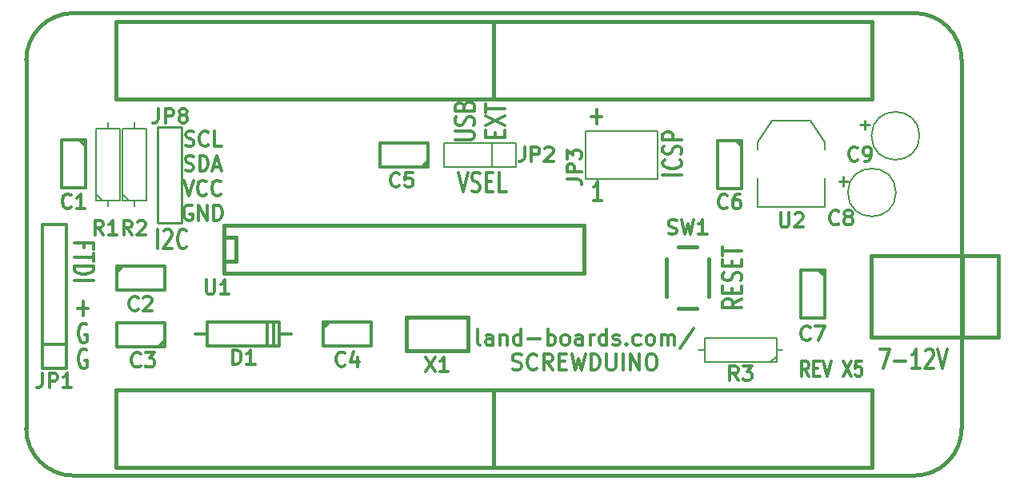
<source format=gto>
G04 #@! TF.FileFunction,Legend,Top*
%FSLAX46Y46*%
G04 Gerber Fmt 4.6, Leading zero omitted, Abs format (unit mm)*
G04 Created by KiCad (PCBNEW (after 2015-mar-04 BZR unknown)-product) date 7/17/2015 7:43:42 PM*
%MOMM*%
G01*
G04 APERTURE LIST*
%ADD10C,0.150000*%
%ADD11C,0.304800*%
%ADD12C,0.381000*%
%ADD13C,0.127000*%
%ADD14C,0.203200*%
%ADD15C,0.254000*%
%ADD16C,0.152400*%
G04 APERTURE END LIST*
D10*
D11*
X147247429Y-90315143D02*
X148408572Y-90315143D01*
X147828001Y-91089238D02*
X147828001Y-89541048D01*
X170300952Y-117840881D02*
X169877619Y-117054690D01*
X169575238Y-117840881D02*
X169575238Y-116189881D01*
X170059047Y-116189881D01*
X170180000Y-116268500D01*
X170240476Y-116347119D01*
X170300952Y-116504357D01*
X170300952Y-116740214D01*
X170240476Y-116897452D01*
X170180000Y-116976071D01*
X170059047Y-117054690D01*
X169575238Y-117054690D01*
X170845238Y-116976071D02*
X171268571Y-116976071D01*
X171450000Y-117840881D02*
X170845238Y-117840881D01*
X170845238Y-116189881D01*
X171450000Y-116189881D01*
X171812857Y-116189881D02*
X172236191Y-117840881D01*
X172659524Y-116189881D01*
X173929524Y-116189881D02*
X174776190Y-117840881D01*
X174776190Y-116189881D02*
X173929524Y-117840881D01*
X175864762Y-116189881D02*
X175260000Y-116189881D01*
X175199524Y-116976071D01*
X175260000Y-116897452D01*
X175380952Y-116818833D01*
X175683333Y-116818833D01*
X175804286Y-116897452D01*
X175864762Y-116976071D01*
X175925238Y-117133310D01*
X175925238Y-117526405D01*
X175864762Y-117683643D01*
X175804286Y-117762262D01*
X175683333Y-117840881D01*
X175380952Y-117840881D01*
X175260000Y-117762262D01*
X175199524Y-117683643D01*
X93617143Y-104176286D02*
X93617143Y-103668286D01*
X92552762Y-103668286D02*
X94584762Y-103668286D01*
X94584762Y-104394000D01*
X94584762Y-104756858D02*
X94584762Y-105627715D01*
X92552762Y-105192286D02*
X94584762Y-105192286D01*
X92552762Y-106135715D02*
X94584762Y-106135715D01*
X94584762Y-106498572D01*
X94488000Y-106716287D01*
X94294476Y-106861429D01*
X94100952Y-106934001D01*
X93713905Y-107006572D01*
X93423619Y-107006572D01*
X93036571Y-106934001D01*
X92843048Y-106861429D01*
X92649524Y-106716287D01*
X92552762Y-106498572D01*
X92552762Y-106135715D01*
X92552762Y-107659715D02*
X94584762Y-107659715D01*
X177799999Y-114965238D02*
X178815999Y-114965238D01*
X178162856Y-116997238D01*
X179396571Y-116223143D02*
X180557714Y-116223143D01*
X182081714Y-116997238D02*
X181210857Y-116997238D01*
X181646285Y-116997238D02*
X181646285Y-114965238D01*
X181501142Y-115255524D01*
X181356000Y-115449048D01*
X181210857Y-115545810D01*
X182662286Y-115158762D02*
X182734857Y-115062000D01*
X182880000Y-114965238D01*
X183242857Y-114965238D01*
X183388000Y-115062000D01*
X183460571Y-115158762D01*
X183533143Y-115352286D01*
X183533143Y-115545810D01*
X183460571Y-115836095D01*
X182589714Y-116997238D01*
X183533143Y-116997238D01*
X183968572Y-114965238D02*
X184476572Y-116997238D01*
X184984572Y-114965238D01*
X101382286Y-104297238D02*
X101382286Y-102265238D01*
X102035429Y-102458762D02*
X102108000Y-102362000D01*
X102253143Y-102265238D01*
X102616000Y-102265238D01*
X102761143Y-102362000D01*
X102833714Y-102458762D01*
X102906286Y-102652286D01*
X102906286Y-102845810D01*
X102833714Y-103136095D01*
X101962857Y-104297238D01*
X102906286Y-104297238D01*
X104430286Y-104103714D02*
X104357715Y-104200476D01*
X104140001Y-104297238D01*
X103994858Y-104297238D01*
X103777143Y-104200476D01*
X103632001Y-104006952D01*
X103559429Y-103813429D01*
X103486858Y-103426381D01*
X103486858Y-103136095D01*
X103559429Y-102749048D01*
X103632001Y-102555524D01*
X103777143Y-102362000D01*
X103994858Y-102265238D01*
X104140001Y-102265238D01*
X104357715Y-102362000D01*
X104430286Y-102458762D01*
X148390429Y-99217238D02*
X147519572Y-99217238D01*
X147955000Y-99217238D02*
X147955000Y-97185238D01*
X147809857Y-97475524D01*
X147664715Y-97669048D01*
X147519572Y-97765810D01*
X137078857Y-92472857D02*
X137078857Y-91964857D01*
X138143238Y-91747143D02*
X138143238Y-92472857D01*
X136111238Y-92472857D01*
X136111238Y-91747143D01*
X136111238Y-91239143D02*
X138143238Y-90223143D01*
X136111238Y-90223143D02*
X138143238Y-91239143D01*
X136111238Y-89860285D02*
X136111238Y-88989428D01*
X138143238Y-89424857D02*
X136111238Y-89424857D01*
X132872238Y-92728143D02*
X134517190Y-92728143D01*
X134710714Y-92655571D01*
X134807476Y-92583000D01*
X134904238Y-92437857D01*
X134904238Y-92147571D01*
X134807476Y-92002429D01*
X134710714Y-91929857D01*
X134517190Y-91857286D01*
X132872238Y-91857286D01*
X134807476Y-91204143D02*
X134904238Y-90986429D01*
X134904238Y-90623572D01*
X134807476Y-90478429D01*
X134710714Y-90405858D01*
X134517190Y-90333286D01*
X134323667Y-90333286D01*
X134130143Y-90405858D01*
X134033381Y-90478429D01*
X133936619Y-90623572D01*
X133839857Y-90913858D01*
X133743095Y-91059000D01*
X133646333Y-91131572D01*
X133452810Y-91204143D01*
X133259286Y-91204143D01*
X133065762Y-91131572D01*
X132969000Y-91059000D01*
X132872238Y-90913858D01*
X132872238Y-90551000D01*
X132969000Y-90333286D01*
X133839857Y-89172143D02*
X133936619Y-88954429D01*
X134033381Y-88881857D01*
X134226905Y-88809286D01*
X134517190Y-88809286D01*
X134710714Y-88881857D01*
X134807476Y-88954429D01*
X134904238Y-89099571D01*
X134904238Y-89680143D01*
X132872238Y-89680143D01*
X132872238Y-89172143D01*
X132969000Y-89027000D01*
X133065762Y-88954429D01*
X133259286Y-88881857D01*
X133452810Y-88881857D01*
X133646333Y-88954429D01*
X133743095Y-89027000D01*
X133839857Y-89172143D01*
X133839857Y-89680143D01*
X133184000Y-96227238D02*
X133692000Y-98259238D01*
X134200000Y-96227238D01*
X134635429Y-98162476D02*
X134853143Y-98259238D01*
X135216000Y-98259238D01*
X135361143Y-98162476D01*
X135433714Y-98065714D01*
X135506286Y-97872190D01*
X135506286Y-97678667D01*
X135433714Y-97485143D01*
X135361143Y-97388381D01*
X135216000Y-97291619D01*
X134925714Y-97194857D01*
X134780572Y-97098095D01*
X134708000Y-97001333D01*
X134635429Y-96807810D01*
X134635429Y-96614286D01*
X134708000Y-96420762D01*
X134780572Y-96324000D01*
X134925714Y-96227238D01*
X135288572Y-96227238D01*
X135506286Y-96324000D01*
X136159429Y-97194857D02*
X136667429Y-97194857D01*
X136885143Y-98259238D02*
X136159429Y-98259238D01*
X136159429Y-96227238D01*
X136885143Y-96227238D01*
X138264000Y-98259238D02*
X137538286Y-98259238D01*
X137538286Y-96227238D01*
X163225238Y-109655429D02*
X162257619Y-110163429D01*
X163225238Y-110526286D02*
X161193238Y-110526286D01*
X161193238Y-109945714D01*
X161290000Y-109800572D01*
X161386762Y-109728000D01*
X161580286Y-109655429D01*
X161870571Y-109655429D01*
X162064095Y-109728000D01*
X162160857Y-109800572D01*
X162257619Y-109945714D01*
X162257619Y-110526286D01*
X162160857Y-109002286D02*
X162160857Y-108494286D01*
X163225238Y-108276572D02*
X163225238Y-109002286D01*
X161193238Y-109002286D01*
X161193238Y-108276572D01*
X163128476Y-107696000D02*
X163225238Y-107478286D01*
X163225238Y-107115429D01*
X163128476Y-106970286D01*
X163031714Y-106897715D01*
X162838190Y-106825143D01*
X162644667Y-106825143D01*
X162451143Y-106897715D01*
X162354381Y-106970286D01*
X162257619Y-107115429D01*
X162160857Y-107405715D01*
X162064095Y-107550857D01*
X161967333Y-107623429D01*
X161773810Y-107696000D01*
X161580286Y-107696000D01*
X161386762Y-107623429D01*
X161290000Y-107550857D01*
X161193238Y-107405715D01*
X161193238Y-107042857D01*
X161290000Y-106825143D01*
X162160857Y-106172000D02*
X162160857Y-105664000D01*
X163225238Y-105446286D02*
X163225238Y-106172000D01*
X161193238Y-106172000D01*
X161193238Y-105446286D01*
X161193238Y-105010857D02*
X161193238Y-104140000D01*
X163225238Y-104575429D02*
X161193238Y-104575429D01*
X135512023Y-114500781D02*
X135354785Y-114422162D01*
X135276166Y-114264924D01*
X135276166Y-112849781D01*
X136848548Y-114500781D02*
X136848548Y-113635971D01*
X136769929Y-113478733D01*
X136612691Y-113400114D01*
X136298214Y-113400114D01*
X136140976Y-113478733D01*
X136848548Y-114422162D02*
X136691310Y-114500781D01*
X136298214Y-114500781D01*
X136140976Y-114422162D01*
X136062357Y-114264924D01*
X136062357Y-114107686D01*
X136140976Y-113950448D01*
X136298214Y-113871829D01*
X136691310Y-113871829D01*
X136848548Y-113793210D01*
X137634738Y-113400114D02*
X137634738Y-114500781D01*
X137634738Y-113557352D02*
X137713357Y-113478733D01*
X137870595Y-113400114D01*
X138106453Y-113400114D01*
X138263691Y-113478733D01*
X138342310Y-113635971D01*
X138342310Y-114500781D01*
X139836072Y-114500781D02*
X139836072Y-112849781D01*
X139836072Y-114422162D02*
X139678834Y-114500781D01*
X139364357Y-114500781D01*
X139207119Y-114422162D01*
X139128500Y-114343543D01*
X139049881Y-114186305D01*
X139049881Y-113714590D01*
X139128500Y-113557352D01*
X139207119Y-113478733D01*
X139364357Y-113400114D01*
X139678834Y-113400114D01*
X139836072Y-113478733D01*
X140622262Y-113871829D02*
X141880167Y-113871829D01*
X142666357Y-114500781D02*
X142666357Y-112849781D01*
X142666357Y-113478733D02*
X142823595Y-113400114D01*
X143138072Y-113400114D01*
X143295310Y-113478733D01*
X143373929Y-113557352D01*
X143452548Y-113714590D01*
X143452548Y-114186305D01*
X143373929Y-114343543D01*
X143295310Y-114422162D01*
X143138072Y-114500781D01*
X142823595Y-114500781D01*
X142666357Y-114422162D01*
X144395976Y-114500781D02*
X144238738Y-114422162D01*
X144160119Y-114343543D01*
X144081500Y-114186305D01*
X144081500Y-113714590D01*
X144160119Y-113557352D01*
X144238738Y-113478733D01*
X144395976Y-113400114D01*
X144631834Y-113400114D01*
X144789072Y-113478733D01*
X144867691Y-113557352D01*
X144946310Y-113714590D01*
X144946310Y-114186305D01*
X144867691Y-114343543D01*
X144789072Y-114422162D01*
X144631834Y-114500781D01*
X144395976Y-114500781D01*
X146361453Y-114500781D02*
X146361453Y-113635971D01*
X146282834Y-113478733D01*
X146125596Y-113400114D01*
X145811119Y-113400114D01*
X145653881Y-113478733D01*
X146361453Y-114422162D02*
X146204215Y-114500781D01*
X145811119Y-114500781D01*
X145653881Y-114422162D01*
X145575262Y-114264924D01*
X145575262Y-114107686D01*
X145653881Y-113950448D01*
X145811119Y-113871829D01*
X146204215Y-113871829D01*
X146361453Y-113793210D01*
X147147643Y-114500781D02*
X147147643Y-113400114D01*
X147147643Y-113714590D02*
X147226262Y-113557352D01*
X147304881Y-113478733D01*
X147462119Y-113400114D01*
X147619358Y-113400114D01*
X148877263Y-114500781D02*
X148877263Y-112849781D01*
X148877263Y-114422162D02*
X148720025Y-114500781D01*
X148405548Y-114500781D01*
X148248310Y-114422162D01*
X148169691Y-114343543D01*
X148091072Y-114186305D01*
X148091072Y-113714590D01*
X148169691Y-113557352D01*
X148248310Y-113478733D01*
X148405548Y-113400114D01*
X148720025Y-113400114D01*
X148877263Y-113478733D01*
X149584834Y-114422162D02*
X149742072Y-114500781D01*
X150056548Y-114500781D01*
X150213787Y-114422162D01*
X150292406Y-114264924D01*
X150292406Y-114186305D01*
X150213787Y-114029067D01*
X150056548Y-113950448D01*
X149820691Y-113950448D01*
X149663453Y-113871829D01*
X149584834Y-113714590D01*
X149584834Y-113635971D01*
X149663453Y-113478733D01*
X149820691Y-113400114D01*
X150056548Y-113400114D01*
X150213787Y-113478733D01*
X150999977Y-114343543D02*
X151078596Y-114422162D01*
X150999977Y-114500781D01*
X150921358Y-114422162D01*
X150999977Y-114343543D01*
X150999977Y-114500781D01*
X152493739Y-114422162D02*
X152336501Y-114500781D01*
X152022024Y-114500781D01*
X151864786Y-114422162D01*
X151786167Y-114343543D01*
X151707548Y-114186305D01*
X151707548Y-113714590D01*
X151786167Y-113557352D01*
X151864786Y-113478733D01*
X152022024Y-113400114D01*
X152336501Y-113400114D01*
X152493739Y-113478733D01*
X153437167Y-114500781D02*
X153279929Y-114422162D01*
X153201310Y-114343543D01*
X153122691Y-114186305D01*
X153122691Y-113714590D01*
X153201310Y-113557352D01*
X153279929Y-113478733D01*
X153437167Y-113400114D01*
X153673025Y-113400114D01*
X153830263Y-113478733D01*
X153908882Y-113557352D01*
X153987501Y-113714590D01*
X153987501Y-114186305D01*
X153908882Y-114343543D01*
X153830263Y-114422162D01*
X153673025Y-114500781D01*
X153437167Y-114500781D01*
X154695072Y-114500781D02*
X154695072Y-113400114D01*
X154695072Y-113557352D02*
X154773691Y-113478733D01*
X154930929Y-113400114D01*
X155166787Y-113400114D01*
X155324025Y-113478733D01*
X155402644Y-113635971D01*
X155402644Y-114500781D01*
X155402644Y-113635971D02*
X155481263Y-113478733D01*
X155638501Y-113400114D01*
X155874358Y-113400114D01*
X156031596Y-113478733D01*
X156110215Y-113635971D01*
X156110215Y-114500781D01*
X158075691Y-112771162D02*
X156660548Y-114893876D01*
X138931953Y-117038362D02*
X139167810Y-117116981D01*
X139560906Y-117116981D01*
X139718144Y-117038362D01*
X139796763Y-116959743D01*
X139875382Y-116802505D01*
X139875382Y-116645267D01*
X139796763Y-116488029D01*
X139718144Y-116409410D01*
X139560906Y-116330790D01*
X139246429Y-116252171D01*
X139089191Y-116173552D01*
X139010572Y-116094933D01*
X138931953Y-115937695D01*
X138931953Y-115780457D01*
X139010572Y-115623219D01*
X139089191Y-115544600D01*
X139246429Y-115465981D01*
X139639525Y-115465981D01*
X139875382Y-115544600D01*
X141526382Y-116959743D02*
X141447763Y-117038362D01*
X141211906Y-117116981D01*
X141054668Y-117116981D01*
X140818810Y-117038362D01*
X140661572Y-116881124D01*
X140582953Y-116723886D01*
X140504334Y-116409410D01*
X140504334Y-116173552D01*
X140582953Y-115859076D01*
X140661572Y-115701838D01*
X140818810Y-115544600D01*
X141054668Y-115465981D01*
X141211906Y-115465981D01*
X141447763Y-115544600D01*
X141526382Y-115623219D01*
X143177382Y-117116981D02*
X142627048Y-116330790D01*
X142233953Y-117116981D02*
X142233953Y-115465981D01*
X142862906Y-115465981D01*
X143020144Y-115544600D01*
X143098763Y-115623219D01*
X143177382Y-115780457D01*
X143177382Y-116016314D01*
X143098763Y-116173552D01*
X143020144Y-116252171D01*
X142862906Y-116330790D01*
X142233953Y-116330790D01*
X143884953Y-116252171D02*
X144435287Y-116252171D01*
X144671144Y-117116981D02*
X143884953Y-117116981D01*
X143884953Y-115465981D01*
X144671144Y-115465981D01*
X145221477Y-115465981D02*
X145614572Y-117116981D01*
X145929049Y-115937695D01*
X146243525Y-117116981D01*
X146636620Y-115465981D01*
X147265572Y-117116981D02*
X147265572Y-115465981D01*
X147658667Y-115465981D01*
X147894525Y-115544600D01*
X148051763Y-115701838D01*
X148130382Y-115859076D01*
X148209001Y-116173552D01*
X148209001Y-116409410D01*
X148130382Y-116723886D01*
X148051763Y-116881124D01*
X147894525Y-117038362D01*
X147658667Y-117116981D01*
X147265572Y-117116981D01*
X148916572Y-115465981D02*
X148916572Y-116802505D01*
X148995191Y-116959743D01*
X149073810Y-117038362D01*
X149231048Y-117116981D01*
X149545525Y-117116981D01*
X149702763Y-117038362D01*
X149781382Y-116959743D01*
X149860001Y-116802505D01*
X149860001Y-115465981D01*
X150646191Y-117116981D02*
X150646191Y-115465981D01*
X151432381Y-117116981D02*
X151432381Y-115465981D01*
X152375810Y-117116981D01*
X152375810Y-115465981D01*
X153476476Y-115465981D02*
X153790953Y-115465981D01*
X153948191Y-115544600D01*
X154105429Y-115701838D01*
X154184048Y-116016314D01*
X154184048Y-116566648D01*
X154105429Y-116881124D01*
X153948191Y-117038362D01*
X153790953Y-117116981D01*
X153476476Y-117116981D01*
X153319238Y-117038362D01*
X153162000Y-116881124D01*
X153083381Y-116566648D01*
X153083381Y-116016314D01*
X153162000Y-115701838D01*
X153319238Y-115544600D01*
X153476476Y-115465981D01*
D12*
X92474000Y-79340000D02*
X181474000Y-79340000D01*
X87474000Y-123340000D02*
X87474000Y-84340000D01*
X181474000Y-128340000D02*
X92474000Y-128340000D01*
X186474000Y-84340000D02*
X186474000Y-123340000D01*
X87474000Y-123340000D02*
G75*
G03X92474000Y-128340000I5000000J0D01*
G01*
X181474000Y-128340000D02*
G75*
G03X186474000Y-123340000I0J5000000D01*
G01*
X186474000Y-84340000D02*
G75*
G03X181474000Y-79340000I-5000000J0D01*
G01*
X92474000Y-79340000D02*
G75*
G03X87474000Y-84340000I0J-5000000D01*
G01*
D11*
X92891429Y-110635143D02*
X94052572Y-110635143D01*
X93472001Y-111409238D02*
X93472001Y-109861048D01*
X93873143Y-112324000D02*
X93728000Y-112227238D01*
X93510286Y-112227238D01*
X93292571Y-112324000D01*
X93147429Y-112517524D01*
X93074857Y-112711048D01*
X93002286Y-113098095D01*
X93002286Y-113388381D01*
X93074857Y-113775429D01*
X93147429Y-113968952D01*
X93292571Y-114162476D01*
X93510286Y-114259238D01*
X93655429Y-114259238D01*
X93873143Y-114162476D01*
X93945714Y-114065714D01*
X93945714Y-113388381D01*
X93655429Y-113388381D01*
X93871143Y-115062000D02*
X93726000Y-114965238D01*
X93508286Y-114965238D01*
X93290571Y-115062000D01*
X93145429Y-115255524D01*
X93072857Y-115449048D01*
X93000286Y-115836095D01*
X93000286Y-116126381D01*
X93072857Y-116513429D01*
X93145429Y-116706952D01*
X93290571Y-116900476D01*
X93508286Y-116997238D01*
X93653429Y-116997238D01*
X93871143Y-116900476D01*
X93943714Y-116803714D01*
X93943714Y-116126381D01*
X93653429Y-116126381D01*
X104357715Y-93390962D02*
X104575429Y-93469581D01*
X104938286Y-93469581D01*
X105083429Y-93390962D01*
X105156000Y-93312343D01*
X105228572Y-93155105D01*
X105228572Y-92997867D01*
X105156000Y-92840629D01*
X105083429Y-92762010D01*
X104938286Y-92683390D01*
X104648000Y-92604771D01*
X104502858Y-92526152D01*
X104430286Y-92447533D01*
X104357715Y-92290295D01*
X104357715Y-92133057D01*
X104430286Y-91975819D01*
X104502858Y-91897200D01*
X104648000Y-91818581D01*
X105010858Y-91818581D01*
X105228572Y-91897200D01*
X106752572Y-93312343D02*
X106680001Y-93390962D01*
X106462287Y-93469581D01*
X106317144Y-93469581D01*
X106099429Y-93390962D01*
X105954287Y-93233724D01*
X105881715Y-93076486D01*
X105809144Y-92762010D01*
X105809144Y-92526152D01*
X105881715Y-92211676D01*
X105954287Y-92054438D01*
X106099429Y-91897200D01*
X106317144Y-91818581D01*
X106462287Y-91818581D01*
X106680001Y-91897200D01*
X106752572Y-91975819D01*
X108131429Y-93469581D02*
X107405715Y-93469581D01*
X107405715Y-91818581D01*
X104321429Y-96007162D02*
X104539143Y-96085781D01*
X104902000Y-96085781D01*
X105047143Y-96007162D01*
X105119714Y-95928543D01*
X105192286Y-95771305D01*
X105192286Y-95614067D01*
X105119714Y-95456829D01*
X105047143Y-95378210D01*
X104902000Y-95299590D01*
X104611714Y-95220971D01*
X104466572Y-95142352D01*
X104394000Y-95063733D01*
X104321429Y-94906495D01*
X104321429Y-94749257D01*
X104394000Y-94592019D01*
X104466572Y-94513400D01*
X104611714Y-94434781D01*
X104974572Y-94434781D01*
X105192286Y-94513400D01*
X105845429Y-96085781D02*
X105845429Y-94434781D01*
X106208286Y-94434781D01*
X106426001Y-94513400D01*
X106571143Y-94670638D01*
X106643715Y-94827876D01*
X106716286Y-95142352D01*
X106716286Y-95378210D01*
X106643715Y-95692686D01*
X106571143Y-95849924D01*
X106426001Y-96007162D01*
X106208286Y-96085781D01*
X105845429Y-96085781D01*
X107296858Y-95614067D02*
X108022572Y-95614067D01*
X107151715Y-96085781D02*
X107659715Y-94434781D01*
X108167715Y-96085781D01*
X104140000Y-97050981D02*
X104648000Y-98701981D01*
X105156000Y-97050981D01*
X106534857Y-98544743D02*
X106462286Y-98623362D01*
X106244572Y-98701981D01*
X106099429Y-98701981D01*
X105881714Y-98623362D01*
X105736572Y-98466124D01*
X105664000Y-98308886D01*
X105591429Y-97994410D01*
X105591429Y-97758552D01*
X105664000Y-97444076D01*
X105736572Y-97286838D01*
X105881714Y-97129600D01*
X106099429Y-97050981D01*
X106244572Y-97050981D01*
X106462286Y-97129600D01*
X106534857Y-97208219D01*
X108058857Y-98544743D02*
X107986286Y-98623362D01*
X107768572Y-98701981D01*
X107623429Y-98701981D01*
X107405714Y-98623362D01*
X107260572Y-98466124D01*
X107188000Y-98308886D01*
X107115429Y-97994410D01*
X107115429Y-97758552D01*
X107188000Y-97444076D01*
X107260572Y-97286838D01*
X107405714Y-97129600D01*
X107623429Y-97050981D01*
X107768572Y-97050981D01*
X107986286Y-97129600D01*
X108058857Y-97208219D01*
X105010858Y-99745800D02*
X104865715Y-99667181D01*
X104648001Y-99667181D01*
X104430286Y-99745800D01*
X104285144Y-99903038D01*
X104212572Y-100060276D01*
X104140001Y-100374752D01*
X104140001Y-100610610D01*
X104212572Y-100925086D01*
X104285144Y-101082324D01*
X104430286Y-101239562D01*
X104648001Y-101318181D01*
X104793144Y-101318181D01*
X105010858Y-101239562D01*
X105083429Y-101160943D01*
X105083429Y-100610610D01*
X104793144Y-100610610D01*
X105736572Y-101318181D02*
X105736572Y-99667181D01*
X106607429Y-101318181D01*
X106607429Y-99667181D01*
X107333143Y-101318181D02*
X107333143Y-99667181D01*
X107696000Y-99667181D01*
X107913715Y-99745800D01*
X108058857Y-99903038D01*
X108131429Y-100060276D01*
X108204000Y-100374752D01*
X108204000Y-100610610D01*
X108131429Y-100925086D01*
X108058857Y-101082324D01*
X107913715Y-101239562D01*
X107696000Y-101318181D01*
X107333143Y-101318181D01*
X156875238Y-96483714D02*
X154843238Y-96483714D01*
X156681714Y-94887143D02*
X156778476Y-94959714D01*
X156875238Y-95177428D01*
X156875238Y-95322571D01*
X156778476Y-95540286D01*
X156584952Y-95685428D01*
X156391429Y-95758000D01*
X156004381Y-95830571D01*
X155714095Y-95830571D01*
X155327048Y-95758000D01*
X155133524Y-95685428D01*
X154940000Y-95540286D01*
X154843238Y-95322571D01*
X154843238Y-95177428D01*
X154940000Y-94959714D01*
X155036762Y-94887143D01*
X156778476Y-94306571D02*
X156875238Y-94088857D01*
X156875238Y-93726000D01*
X156778476Y-93580857D01*
X156681714Y-93508286D01*
X156488190Y-93435714D01*
X156294667Y-93435714D01*
X156101143Y-93508286D01*
X156004381Y-93580857D01*
X155907619Y-93726000D01*
X155810857Y-94016286D01*
X155714095Y-94161428D01*
X155617333Y-94234000D01*
X155423810Y-94306571D01*
X155230286Y-94306571D01*
X155036762Y-94234000D01*
X154940000Y-94161428D01*
X154843238Y-94016286D01*
X154843238Y-93653428D01*
X154940000Y-93435714D01*
X156875238Y-92782571D02*
X154843238Y-92782571D01*
X154843238Y-92201999D01*
X154940000Y-92056857D01*
X155036762Y-91984285D01*
X155230286Y-91911714D01*
X155520571Y-91911714D01*
X155714095Y-91984285D01*
X155810857Y-92056857D01*
X155907619Y-92201999D01*
X155907619Y-92782571D01*
X106664000Y-112070000D02*
X114284000Y-112070000D01*
X114284000Y-112070000D02*
X114284000Y-114610000D01*
X114284000Y-114610000D02*
X106664000Y-114610000D01*
X106664000Y-114610000D02*
X106664000Y-112070000D01*
X113649000Y-112070000D02*
X113649000Y-114610000D01*
X113014000Y-114610000D02*
X113014000Y-112070000D01*
X106664000Y-113340000D02*
X105394000Y-113340000D01*
X114284000Y-113340000D02*
X115554000Y-113340000D01*
D12*
X108424000Y-101800000D02*
X146524000Y-101800000D01*
X146524000Y-101800000D02*
X146524000Y-106880000D01*
X146524000Y-106880000D02*
X108424000Y-106880000D01*
X108424000Y-106880000D02*
X108424000Y-101800000D01*
X108424000Y-103070000D02*
X109694000Y-103070000D01*
X109694000Y-103070000D02*
X109694000Y-105610000D01*
X109694000Y-105610000D02*
X108424000Y-105610000D01*
D13*
X98298000Y-99187000D02*
X100203000Y-99187000D01*
X100203000Y-99187000D02*
X100203000Y-91567000D01*
X100203000Y-91567000D02*
X97663000Y-91567000D01*
X97663000Y-91567000D02*
X97663000Y-99187000D01*
X97663000Y-99187000D02*
X98298000Y-99187000D01*
X98933000Y-99822000D02*
X98933000Y-99187000D01*
X98933000Y-91567000D02*
X98933000Y-90932000D01*
X98298000Y-99187000D02*
X97663000Y-98552000D01*
X95504000Y-99187000D02*
X97409000Y-99187000D01*
X97409000Y-99187000D02*
X97409000Y-91567000D01*
X97409000Y-91567000D02*
X94869000Y-91567000D01*
X94869000Y-91567000D02*
X94869000Y-99187000D01*
X94869000Y-99187000D02*
X95504000Y-99187000D01*
X96139000Y-99822000D02*
X96139000Y-99187000D01*
X96139000Y-91567000D02*
X96139000Y-90932000D01*
X95504000Y-99187000D02*
X94869000Y-98552000D01*
X166878000Y-115697000D02*
X166878000Y-113792000D01*
X166878000Y-113792000D02*
X159258000Y-113792000D01*
X159258000Y-113792000D02*
X159258000Y-116332000D01*
X159258000Y-116332000D02*
X166878000Y-116332000D01*
X166878000Y-116332000D02*
X166878000Y-115697000D01*
X167513000Y-115062000D02*
X166878000Y-115062000D01*
X159258000Y-115062000D02*
X158623000Y-115062000D01*
X166878000Y-115697000D02*
X166243000Y-116332000D01*
D14*
X164918000Y-96864000D02*
X164918000Y-99912000D01*
X164918000Y-99912000D02*
X172030000Y-99912000D01*
X172030000Y-99912000D02*
X172030000Y-96864000D01*
X164918000Y-93816000D02*
X164918000Y-93054000D01*
X164918000Y-93054000D02*
X166442000Y-90768000D01*
X166442000Y-90768000D02*
X170506000Y-90768000D01*
X170506000Y-90768000D02*
X172030000Y-93054000D01*
X172030000Y-93054000D02*
X172030000Y-93816000D01*
X154284000Y-96880000D02*
X146664000Y-96880000D01*
X146664000Y-91800000D02*
X154284000Y-91800000D01*
X154284000Y-91800000D02*
X154284000Y-96880000D01*
X146664000Y-96880000D02*
X146664000Y-91800000D01*
D13*
X182017173Y-92340000D02*
G75*
G03X182017173Y-92340000I-2543173J0D01*
G01*
X179517173Y-98340000D02*
G75*
G03X179517173Y-98340000I-2543173J0D01*
G01*
D11*
X163195000Y-92887800D02*
X163195000Y-97917000D01*
X163195000Y-97917000D02*
X160655000Y-97917000D01*
X160655000Y-97917000D02*
X160655000Y-92837000D01*
X160655000Y-92837000D02*
X163195000Y-92837000D01*
X162560000Y-92837000D02*
X163195000Y-93472000D01*
X129963200Y-95610000D02*
X124934000Y-95610000D01*
X124934000Y-95610000D02*
X124934000Y-93070000D01*
X124934000Y-93070000D02*
X130014000Y-93070000D01*
X130014000Y-93070000D02*
X130014000Y-95610000D01*
X130014000Y-94975000D02*
X129379000Y-95610000D01*
X102057200Y-114681000D02*
X97028000Y-114681000D01*
X97028000Y-114681000D02*
X97028000Y-112141000D01*
X97028000Y-112141000D02*
X102108000Y-112141000D01*
X102108000Y-112141000D02*
X102108000Y-114681000D01*
X102108000Y-114046000D02*
X101473000Y-114681000D01*
X118984800Y-112070000D02*
X124014000Y-112070000D01*
X124014000Y-112070000D02*
X124014000Y-114610000D01*
X124014000Y-114610000D02*
X118934000Y-114610000D01*
X118934000Y-114610000D02*
X118934000Y-112070000D01*
X118934000Y-112705000D02*
X119569000Y-112070000D01*
X93744000Y-92850800D02*
X93744000Y-97880000D01*
X93744000Y-97880000D02*
X91204000Y-97880000D01*
X91204000Y-97880000D02*
X91204000Y-92800000D01*
X91204000Y-92800000D02*
X93744000Y-92800000D01*
X93109000Y-92800000D02*
X93744000Y-93435000D01*
X97078800Y-106172000D02*
X102108000Y-106172000D01*
X102108000Y-106172000D02*
X102108000Y-108712000D01*
X102108000Y-108712000D02*
X97028000Y-108712000D01*
X97028000Y-108712000D02*
X97028000Y-106172000D01*
X97028000Y-106807000D02*
X97663000Y-106172000D01*
X171958000Y-106603800D02*
X171958000Y-111633000D01*
X171958000Y-111633000D02*
X169418000Y-111633000D01*
X169418000Y-111633000D02*
X169418000Y-106553000D01*
X169418000Y-106553000D02*
X171958000Y-106553000D01*
X171323000Y-106553000D02*
X171958000Y-107188000D01*
D12*
X136973360Y-119240440D02*
X136973360Y-127439560D01*
X136973360Y-127439560D02*
X96973440Y-127439560D01*
X96973440Y-127439560D02*
X96973440Y-119240440D01*
X96973440Y-119240440D02*
X136973360Y-119240440D01*
X136974640Y-88439560D02*
X136974640Y-80240440D01*
X136974640Y-80240440D02*
X176974560Y-80240440D01*
X176974560Y-80240440D02*
X176974560Y-88439560D01*
X176974560Y-88439560D02*
X136974640Y-88439560D01*
X96974640Y-88439560D02*
X96974640Y-80240440D01*
X96974640Y-80240440D02*
X136974560Y-80240440D01*
X136974560Y-80240440D02*
X136974560Y-88439560D01*
X136974560Y-88439560D02*
X96974640Y-88439560D01*
X176973360Y-119240440D02*
X176973360Y-127439560D01*
X176973360Y-127439560D02*
X136973440Y-127439560D01*
X136973440Y-127439560D02*
X136973440Y-119240440D01*
X136973440Y-119240440D02*
X176973360Y-119240440D01*
D11*
X91744000Y-116960000D02*
X89204000Y-116960000D01*
X89204000Y-116960000D02*
X89204000Y-101720000D01*
X89204000Y-101720000D02*
X91744000Y-101720000D01*
X91744000Y-101720000D02*
X91744000Y-116960000D01*
X91744000Y-114420000D02*
X89204000Y-114420000D01*
D15*
X101346000Y-101600000D02*
X101346000Y-91440000D01*
X103886000Y-101600000D02*
X103886000Y-91440000D01*
X103886000Y-91440000D02*
X101346000Y-91440000D01*
X101346000Y-101600000D02*
X103886000Y-101600000D01*
D12*
X156473240Y-110591200D02*
X158474760Y-110591200D01*
X159724440Y-109338980D02*
X159724440Y-105341020D01*
X156473240Y-104088800D02*
X158223300Y-104088800D01*
X158223300Y-104088800D02*
X158474760Y-104088800D01*
X155223560Y-109338980D02*
X155223560Y-105341020D01*
X134225200Y-115090060D02*
X127722800Y-115090060D01*
X127722800Y-115090060D02*
X127722800Y-111589940D01*
X127722800Y-111589940D02*
X134225200Y-111589940D01*
X134225200Y-111589940D02*
X134225200Y-115090060D01*
X189586000Y-113658000D02*
X190348000Y-113658000D01*
X190348000Y-113658000D02*
X190348000Y-105022000D01*
X190348000Y-105022000D02*
X189586000Y-105022000D01*
X186538000Y-113658000D02*
X186538000Y-105022000D01*
X176886000Y-113658000D02*
X176886000Y-105022000D01*
X189586000Y-105022000D02*
X176886000Y-105022000D01*
X189586000Y-113658000D02*
X176886000Y-113658000D01*
D16*
X139284000Y-93070000D02*
X139284000Y-95610000D01*
X139284000Y-95610000D02*
X131664000Y-95610000D01*
X131664000Y-95610000D02*
X131664000Y-93070000D01*
X131664000Y-93070000D02*
X139284000Y-93070000D01*
X136744000Y-95610000D02*
X136744000Y-93070000D01*
D11*
X109349143Y-116529429D02*
X109349143Y-115005429D01*
X109712000Y-115005429D01*
X109929715Y-115078000D01*
X110074857Y-115223143D01*
X110147429Y-115368286D01*
X110220000Y-115658571D01*
X110220000Y-115876286D01*
X110147429Y-116166571D01*
X110074857Y-116311714D01*
X109929715Y-116456857D01*
X109712000Y-116529429D01*
X109349143Y-116529429D01*
X111671429Y-116529429D02*
X110800572Y-116529429D01*
X111236000Y-116529429D02*
X111236000Y-115005429D01*
X111090857Y-115223143D01*
X110945715Y-115368286D01*
X110800572Y-115440857D01*
X106534857Y-107623429D02*
X106534857Y-108857143D01*
X106607429Y-109002286D01*
X106680000Y-109074857D01*
X106825143Y-109147429D01*
X107115429Y-109147429D01*
X107260571Y-109074857D01*
X107333143Y-109002286D01*
X107405714Y-108857143D01*
X107405714Y-107623429D01*
X108929714Y-109147429D02*
X108058857Y-109147429D01*
X108494285Y-109147429D02*
X108494285Y-107623429D01*
X108349142Y-107841143D01*
X108204000Y-107986286D01*
X108058857Y-108058857D01*
X98662000Y-102834429D02*
X98154000Y-102108714D01*
X97791143Y-102834429D02*
X97791143Y-101310429D01*
X98371715Y-101310429D01*
X98516857Y-101383000D01*
X98589429Y-101455571D01*
X98662000Y-101600714D01*
X98662000Y-101818429D01*
X98589429Y-101963571D01*
X98516857Y-102036143D01*
X98371715Y-102108714D01*
X97791143Y-102108714D01*
X99242572Y-101455571D02*
X99315143Y-101383000D01*
X99460286Y-101310429D01*
X99823143Y-101310429D01*
X99968286Y-101383000D01*
X100040857Y-101455571D01*
X100113429Y-101600714D01*
X100113429Y-101745857D01*
X100040857Y-101963571D01*
X99170000Y-102834429D01*
X100113429Y-102834429D01*
X95635000Y-102816429D02*
X95127000Y-102090714D01*
X94764143Y-102816429D02*
X94764143Y-101292429D01*
X95344715Y-101292429D01*
X95489857Y-101365000D01*
X95562429Y-101437571D01*
X95635000Y-101582714D01*
X95635000Y-101800429D01*
X95562429Y-101945571D01*
X95489857Y-102018143D01*
X95344715Y-102090714D01*
X94764143Y-102090714D01*
X97086429Y-102816429D02*
X96215572Y-102816429D01*
X96651000Y-102816429D02*
X96651000Y-101292429D01*
X96505857Y-101510143D01*
X96360715Y-101655286D01*
X96215572Y-101727857D01*
X162814000Y-118251429D02*
X162306000Y-117525714D01*
X161943143Y-118251429D02*
X161943143Y-116727429D01*
X162523715Y-116727429D01*
X162668857Y-116800000D01*
X162741429Y-116872571D01*
X162814000Y-117017714D01*
X162814000Y-117235429D01*
X162741429Y-117380571D01*
X162668857Y-117453143D01*
X162523715Y-117525714D01*
X161943143Y-117525714D01*
X163322000Y-116727429D02*
X164265429Y-116727429D01*
X163757429Y-117308000D01*
X163975143Y-117308000D01*
X164120286Y-117380571D01*
X164192857Y-117453143D01*
X164265429Y-117598286D01*
X164265429Y-117961143D01*
X164192857Y-118106286D01*
X164120286Y-118178857D01*
X163975143Y-118251429D01*
X163539715Y-118251429D01*
X163394572Y-118178857D01*
X163322000Y-118106286D01*
X167312857Y-100505429D02*
X167312857Y-101739143D01*
X167385429Y-101884286D01*
X167458000Y-101956857D01*
X167603143Y-102029429D01*
X167893429Y-102029429D01*
X168038571Y-101956857D01*
X168111143Y-101884286D01*
X168183714Y-101739143D01*
X168183714Y-100505429D01*
X168836857Y-100650571D02*
X168909428Y-100578000D01*
X169054571Y-100505429D01*
X169417428Y-100505429D01*
X169562571Y-100578000D01*
X169635142Y-100650571D01*
X169707714Y-100795714D01*
X169707714Y-100940857D01*
X169635142Y-101158571D01*
X168764285Y-102029429D01*
X169707714Y-102029429D01*
X144707429Y-96901000D02*
X145796000Y-96901000D01*
X146013714Y-96973572D01*
X146158857Y-97118715D01*
X146231429Y-97336429D01*
X146231429Y-97481572D01*
X146231429Y-96175286D02*
X144707429Y-96175286D01*
X144707429Y-95594714D01*
X144780000Y-95449572D01*
X144852571Y-95377000D01*
X144997714Y-95304429D01*
X145215429Y-95304429D01*
X145360571Y-95377000D01*
X145433143Y-95449572D01*
X145505714Y-95594714D01*
X145505714Y-96175286D01*
X144707429Y-94796429D02*
X144707429Y-93853000D01*
X145288000Y-94361000D01*
X145288000Y-94143286D01*
X145360571Y-93998143D01*
X145433143Y-93925572D01*
X145578286Y-93853000D01*
X145941143Y-93853000D01*
X146086286Y-93925572D01*
X146158857Y-93998143D01*
X146231429Y-94143286D01*
X146231429Y-94578714D01*
X146158857Y-94723857D01*
X146086286Y-94796429D01*
X175470000Y-94884286D02*
X175397429Y-94956857D01*
X175179715Y-95029429D01*
X175034572Y-95029429D01*
X174816857Y-94956857D01*
X174671715Y-94811714D01*
X174599143Y-94666571D01*
X174526572Y-94376286D01*
X174526572Y-94158571D01*
X174599143Y-93868286D01*
X174671715Y-93723143D01*
X174816857Y-93578000D01*
X175034572Y-93505429D01*
X175179715Y-93505429D01*
X175397429Y-93578000D01*
X175470000Y-93650571D01*
X176195715Y-95029429D02*
X176486000Y-95029429D01*
X176631143Y-94956857D01*
X176703715Y-94884286D01*
X176848857Y-94666571D01*
X176921429Y-94376286D01*
X176921429Y-93795714D01*
X176848857Y-93650571D01*
X176776286Y-93578000D01*
X176631143Y-93505429D01*
X176340857Y-93505429D01*
X176195715Y-93578000D01*
X176123143Y-93650571D01*
X176050572Y-93795714D01*
X176050572Y-94158571D01*
X176123143Y-94303714D01*
X176195715Y-94376286D01*
X176340857Y-94448857D01*
X176631143Y-94448857D01*
X176776286Y-94376286D01*
X176848857Y-94303714D01*
X176921429Y-94158571D01*
D15*
X175740191Y-91180714D02*
X176707810Y-91180714D01*
X176224000Y-91664524D02*
X176224000Y-90696905D01*
D11*
X173470000Y-101634286D02*
X173397429Y-101706857D01*
X173179715Y-101779429D01*
X173034572Y-101779429D01*
X172816857Y-101706857D01*
X172671715Y-101561714D01*
X172599143Y-101416571D01*
X172526572Y-101126286D01*
X172526572Y-100908571D01*
X172599143Y-100618286D01*
X172671715Y-100473143D01*
X172816857Y-100328000D01*
X173034572Y-100255429D01*
X173179715Y-100255429D01*
X173397429Y-100328000D01*
X173470000Y-100400571D01*
X174340857Y-100908571D02*
X174195715Y-100836000D01*
X174123143Y-100763429D01*
X174050572Y-100618286D01*
X174050572Y-100545714D01*
X174123143Y-100400571D01*
X174195715Y-100328000D01*
X174340857Y-100255429D01*
X174631143Y-100255429D01*
X174776286Y-100328000D01*
X174848857Y-100400571D01*
X174921429Y-100545714D01*
X174921429Y-100618286D01*
X174848857Y-100763429D01*
X174776286Y-100836000D01*
X174631143Y-100908571D01*
X174340857Y-100908571D01*
X174195715Y-100981143D01*
X174123143Y-101053714D01*
X174050572Y-101198857D01*
X174050572Y-101489143D01*
X174123143Y-101634286D01*
X174195715Y-101706857D01*
X174340857Y-101779429D01*
X174631143Y-101779429D01*
X174776286Y-101706857D01*
X174848857Y-101634286D01*
X174921429Y-101489143D01*
X174921429Y-101198857D01*
X174848857Y-101053714D01*
X174776286Y-100981143D01*
X174631143Y-100908571D01*
D15*
X173490191Y-97180714D02*
X174457810Y-97180714D01*
X173974000Y-97664524D02*
X173974000Y-96696905D01*
D11*
X161671000Y-99921286D02*
X161598429Y-99993857D01*
X161380715Y-100066429D01*
X161235572Y-100066429D01*
X161017857Y-99993857D01*
X160872715Y-99848714D01*
X160800143Y-99703571D01*
X160727572Y-99413286D01*
X160727572Y-99195571D01*
X160800143Y-98905286D01*
X160872715Y-98760143D01*
X161017857Y-98615000D01*
X161235572Y-98542429D01*
X161380715Y-98542429D01*
X161598429Y-98615000D01*
X161671000Y-98687571D01*
X162977286Y-98542429D02*
X162687000Y-98542429D01*
X162541857Y-98615000D01*
X162469286Y-98687571D01*
X162324143Y-98905286D01*
X162251572Y-99195571D01*
X162251572Y-99776143D01*
X162324143Y-99921286D01*
X162396715Y-99993857D01*
X162541857Y-100066429D01*
X162832143Y-100066429D01*
X162977286Y-99993857D01*
X163049857Y-99921286D01*
X163122429Y-99776143D01*
X163122429Y-99413286D01*
X163049857Y-99268143D01*
X162977286Y-99195571D01*
X162832143Y-99123000D01*
X162541857Y-99123000D01*
X162396715Y-99195571D01*
X162324143Y-99268143D01*
X162251572Y-99413286D01*
X126970000Y-97634286D02*
X126897429Y-97706857D01*
X126679715Y-97779429D01*
X126534572Y-97779429D01*
X126316857Y-97706857D01*
X126171715Y-97561714D01*
X126099143Y-97416571D01*
X126026572Y-97126286D01*
X126026572Y-96908571D01*
X126099143Y-96618286D01*
X126171715Y-96473143D01*
X126316857Y-96328000D01*
X126534572Y-96255429D01*
X126679715Y-96255429D01*
X126897429Y-96328000D01*
X126970000Y-96400571D01*
X128348857Y-96255429D02*
X127623143Y-96255429D01*
X127550572Y-96981143D01*
X127623143Y-96908571D01*
X127768286Y-96836000D01*
X128131143Y-96836000D01*
X128276286Y-96908571D01*
X128348857Y-96981143D01*
X128421429Y-97126286D01*
X128421429Y-97489143D01*
X128348857Y-97634286D01*
X128276286Y-97706857D01*
X128131143Y-97779429D01*
X127768286Y-97779429D01*
X127623143Y-97706857D01*
X127550572Y-97634286D01*
X99564000Y-116705286D02*
X99491429Y-116777857D01*
X99273715Y-116850429D01*
X99128572Y-116850429D01*
X98910857Y-116777857D01*
X98765715Y-116632714D01*
X98693143Y-116487571D01*
X98620572Y-116197286D01*
X98620572Y-115979571D01*
X98693143Y-115689286D01*
X98765715Y-115544143D01*
X98910857Y-115399000D01*
X99128572Y-115326429D01*
X99273715Y-115326429D01*
X99491429Y-115399000D01*
X99564000Y-115471571D01*
X100072000Y-115326429D02*
X101015429Y-115326429D01*
X100507429Y-115907000D01*
X100725143Y-115907000D01*
X100870286Y-115979571D01*
X100942857Y-116052143D01*
X101015429Y-116197286D01*
X101015429Y-116560143D01*
X100942857Y-116705286D01*
X100870286Y-116777857D01*
X100725143Y-116850429D01*
X100289715Y-116850429D01*
X100144572Y-116777857D01*
X100072000Y-116705286D01*
X121220000Y-116634286D02*
X121147429Y-116706857D01*
X120929715Y-116779429D01*
X120784572Y-116779429D01*
X120566857Y-116706857D01*
X120421715Y-116561714D01*
X120349143Y-116416571D01*
X120276572Y-116126286D01*
X120276572Y-115908571D01*
X120349143Y-115618286D01*
X120421715Y-115473143D01*
X120566857Y-115328000D01*
X120784572Y-115255429D01*
X120929715Y-115255429D01*
X121147429Y-115328000D01*
X121220000Y-115400571D01*
X122526286Y-115763429D02*
X122526286Y-116779429D01*
X122163429Y-115182857D02*
X121800572Y-116271429D01*
X122744000Y-116271429D01*
X92220000Y-99884286D02*
X92147429Y-99956857D01*
X91929715Y-100029429D01*
X91784572Y-100029429D01*
X91566857Y-99956857D01*
X91421715Y-99811714D01*
X91349143Y-99666571D01*
X91276572Y-99376286D01*
X91276572Y-99158571D01*
X91349143Y-98868286D01*
X91421715Y-98723143D01*
X91566857Y-98578000D01*
X91784572Y-98505429D01*
X91929715Y-98505429D01*
X92147429Y-98578000D01*
X92220000Y-98650571D01*
X93671429Y-100029429D02*
X92800572Y-100029429D01*
X93236000Y-100029429D02*
X93236000Y-98505429D01*
X93090857Y-98723143D01*
X92945715Y-98868286D01*
X92800572Y-98940857D01*
X99314000Y-110736286D02*
X99241429Y-110808857D01*
X99023715Y-110881429D01*
X98878572Y-110881429D01*
X98660857Y-110808857D01*
X98515715Y-110663714D01*
X98443143Y-110518571D01*
X98370572Y-110228286D01*
X98370572Y-110010571D01*
X98443143Y-109720286D01*
X98515715Y-109575143D01*
X98660857Y-109430000D01*
X98878572Y-109357429D01*
X99023715Y-109357429D01*
X99241429Y-109430000D01*
X99314000Y-109502571D01*
X99894572Y-109502571D02*
X99967143Y-109430000D01*
X100112286Y-109357429D01*
X100475143Y-109357429D01*
X100620286Y-109430000D01*
X100692857Y-109502571D01*
X100765429Y-109647714D01*
X100765429Y-109792857D01*
X100692857Y-110010571D01*
X99822000Y-110881429D01*
X100765429Y-110881429D01*
X170434000Y-113887286D02*
X170361429Y-113959857D01*
X170143715Y-114032429D01*
X169998572Y-114032429D01*
X169780857Y-113959857D01*
X169635715Y-113814714D01*
X169563143Y-113669571D01*
X169490572Y-113379286D01*
X169490572Y-113161571D01*
X169563143Y-112871286D01*
X169635715Y-112726143D01*
X169780857Y-112581000D01*
X169998572Y-112508429D01*
X170143715Y-112508429D01*
X170361429Y-112581000D01*
X170434000Y-112653571D01*
X170942000Y-112508429D02*
X171958000Y-112508429D01*
X171304857Y-114032429D01*
X89204000Y-117505429D02*
X89204000Y-118594000D01*
X89131428Y-118811714D01*
X88986285Y-118956857D01*
X88768571Y-119029429D01*
X88623428Y-119029429D01*
X89929714Y-119029429D02*
X89929714Y-117505429D01*
X90510286Y-117505429D01*
X90655428Y-117578000D01*
X90728000Y-117650571D01*
X90800571Y-117795714D01*
X90800571Y-118013429D01*
X90728000Y-118158571D01*
X90655428Y-118231143D01*
X90510286Y-118303714D01*
X89929714Y-118303714D01*
X92252000Y-119029429D02*
X91381143Y-119029429D01*
X91816571Y-119029429D02*
X91816571Y-117505429D01*
X91671428Y-117723143D01*
X91526286Y-117868286D01*
X91381143Y-117940857D01*
X101473000Y-89462429D02*
X101473000Y-90551000D01*
X101400428Y-90768714D01*
X101255285Y-90913857D01*
X101037571Y-90986429D01*
X100892428Y-90986429D01*
X102198714Y-90986429D02*
X102198714Y-89462429D01*
X102779286Y-89462429D01*
X102924428Y-89535000D01*
X102997000Y-89607571D01*
X103069571Y-89752714D01*
X103069571Y-89970429D01*
X102997000Y-90115571D01*
X102924428Y-90188143D01*
X102779286Y-90260714D01*
X102198714Y-90260714D01*
X103940428Y-90115571D02*
X103795286Y-90043000D01*
X103722714Y-89970429D01*
X103650143Y-89825286D01*
X103650143Y-89752714D01*
X103722714Y-89607571D01*
X103795286Y-89535000D01*
X103940428Y-89462429D01*
X104230714Y-89462429D01*
X104375857Y-89535000D01*
X104448428Y-89607571D01*
X104521000Y-89752714D01*
X104521000Y-89825286D01*
X104448428Y-89970429D01*
X104375857Y-90043000D01*
X104230714Y-90115571D01*
X103940428Y-90115571D01*
X103795286Y-90188143D01*
X103722714Y-90260714D01*
X103650143Y-90405857D01*
X103650143Y-90696143D01*
X103722714Y-90841286D01*
X103795286Y-90913857D01*
X103940428Y-90986429D01*
X104230714Y-90986429D01*
X104375857Y-90913857D01*
X104448428Y-90841286D01*
X104521000Y-90696143D01*
X104521000Y-90405857D01*
X104448428Y-90260714D01*
X104375857Y-90188143D01*
X104230714Y-90115571D01*
X155442000Y-102706857D02*
X155659714Y-102779429D01*
X156022571Y-102779429D01*
X156167714Y-102706857D01*
X156240285Y-102634286D01*
X156312857Y-102489143D01*
X156312857Y-102344000D01*
X156240285Y-102198857D01*
X156167714Y-102126286D01*
X156022571Y-102053714D01*
X155732285Y-101981143D01*
X155587143Y-101908571D01*
X155514571Y-101836000D01*
X155442000Y-101690857D01*
X155442000Y-101545714D01*
X155514571Y-101400571D01*
X155587143Y-101328000D01*
X155732285Y-101255429D01*
X156095143Y-101255429D01*
X156312857Y-101328000D01*
X156820857Y-101255429D02*
X157183714Y-102779429D01*
X157474000Y-101690857D01*
X157764286Y-102779429D01*
X158127143Y-101255429D01*
X159506000Y-102779429D02*
X158635143Y-102779429D01*
X159070571Y-102779429D02*
X159070571Y-101255429D01*
X158925428Y-101473143D01*
X158780286Y-101618286D01*
X158635143Y-101690857D01*
X129740285Y-115755429D02*
X130756285Y-117279429D01*
X130756285Y-115755429D02*
X129740285Y-117279429D01*
X132135143Y-117279429D02*
X131264286Y-117279429D01*
X131699714Y-117279429D02*
X131699714Y-115755429D01*
X131554571Y-115973143D01*
X131409429Y-116118286D01*
X131264286Y-116190857D01*
X140208000Y-93526429D02*
X140208000Y-94615000D01*
X140135428Y-94832714D01*
X139990285Y-94977857D01*
X139772571Y-95050429D01*
X139627428Y-95050429D01*
X140933714Y-95050429D02*
X140933714Y-93526429D01*
X141514286Y-93526429D01*
X141659428Y-93599000D01*
X141732000Y-93671571D01*
X141804571Y-93816714D01*
X141804571Y-94034429D01*
X141732000Y-94179571D01*
X141659428Y-94252143D01*
X141514286Y-94324714D01*
X140933714Y-94324714D01*
X142385143Y-93671571D02*
X142457714Y-93599000D01*
X142602857Y-93526429D01*
X142965714Y-93526429D01*
X143110857Y-93599000D01*
X143183428Y-93671571D01*
X143256000Y-93816714D01*
X143256000Y-93961857D01*
X143183428Y-94179571D01*
X142312571Y-95050429D01*
X143256000Y-95050429D01*
M02*

</source>
